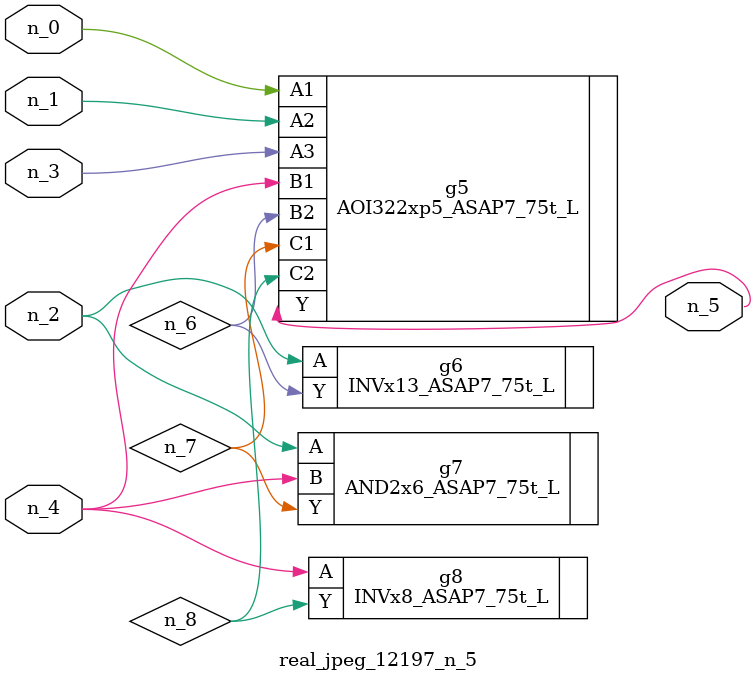
<source format=v>
module real_jpeg_12197_n_5 (n_4, n_0, n_1, n_2, n_3, n_5);

input n_4;
input n_0;
input n_1;
input n_2;
input n_3;

output n_5;

wire n_8;
wire n_6;
wire n_7;

AOI322xp5_ASAP7_75t_L g5 ( 
.A1(n_0),
.A2(n_1),
.A3(n_3),
.B1(n_4),
.B2(n_6),
.C1(n_7),
.C2(n_8),
.Y(n_5)
);

INVx13_ASAP7_75t_L g6 ( 
.A(n_2),
.Y(n_6)
);

AND2x6_ASAP7_75t_L g7 ( 
.A(n_2),
.B(n_4),
.Y(n_7)
);

INVx8_ASAP7_75t_L g8 ( 
.A(n_4),
.Y(n_8)
);


endmodule
</source>
